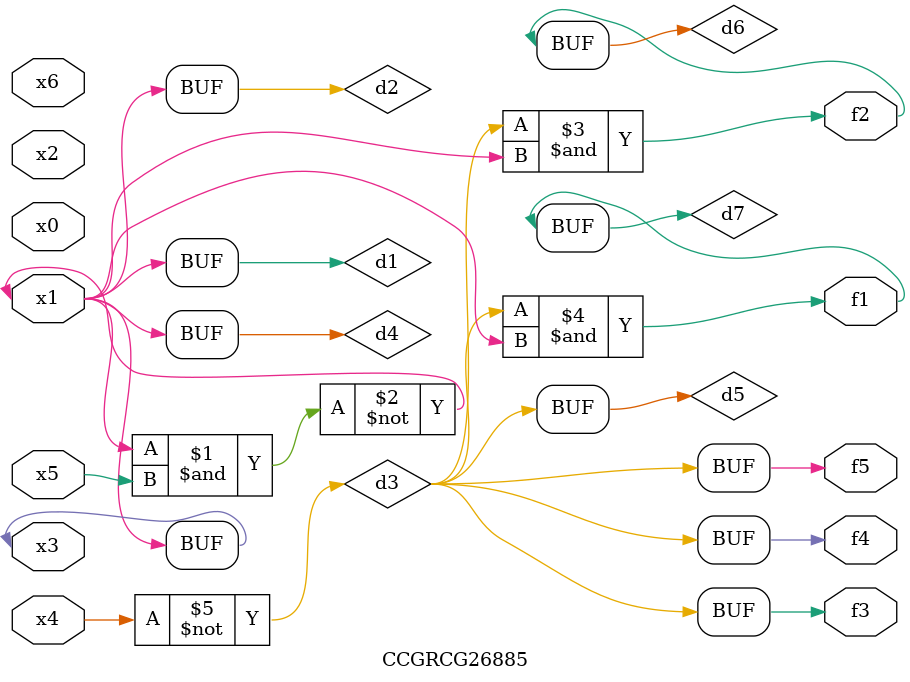
<source format=v>
module CCGRCG26885(
	input x0, x1, x2, x3, x4, x5, x6,
	output f1, f2, f3, f4, f5
);

	wire d1, d2, d3, d4, d5, d6, d7;

	buf (d1, x1, x3);
	nand (d2, x1, x5);
	not (d3, x4);
	buf (d4, d1, d2);
	buf (d5, d3);
	and (d6, d3, d4);
	and (d7, d3, d4);
	assign f1 = d7;
	assign f2 = d6;
	assign f3 = d5;
	assign f4 = d5;
	assign f5 = d5;
endmodule

</source>
